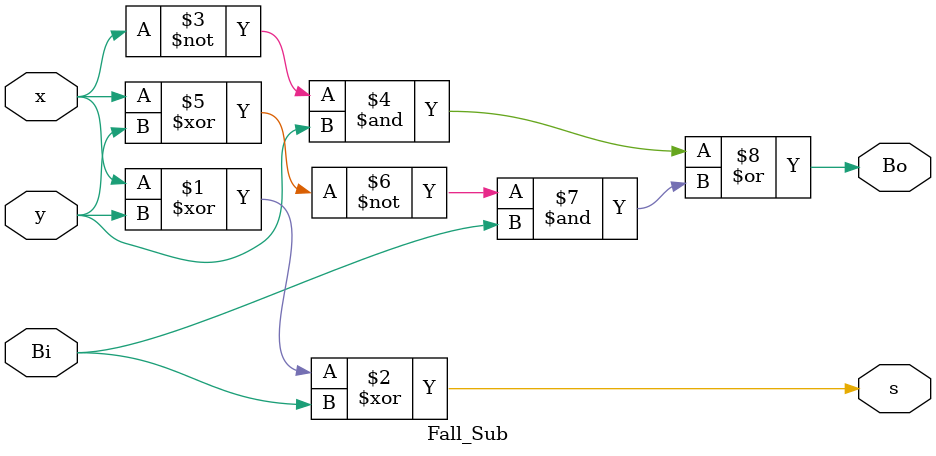
<source format=v>
`timescale 1ns / 1ps

module Fall_Sub(x,y,Bi,s,Bo);

input x,y,Bi;
output s,Bo;

assign s=x^y^Bi;
assign Bo=(~x&y)|(~(x^y)&Bi);



endmodule



</source>
